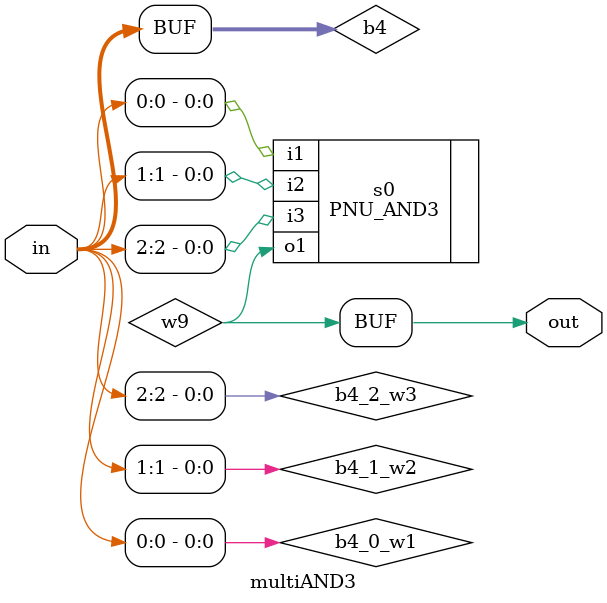
<source format=v>
module multiAND3(in,out);

input [2:0] in;
output out;

wire [2:0] b4;
wire  w9;
wire  b4_0_w1;
wire  b4_1_w2;
wire  b4_2_w3;

assign b4 = in;
assign out = w9;

assign b4_0_w1 = {b4[0]};
assign b4_1_w2 = {b4[1]};
assign b4_2_w3 = {b4[2]};

PNU_AND3
     s0 (
      .i1(b4_0_w1),
      .i2(b4_1_w2),
      .i3(b4_2_w3),
      .o1(w9));

endmodule


</source>
